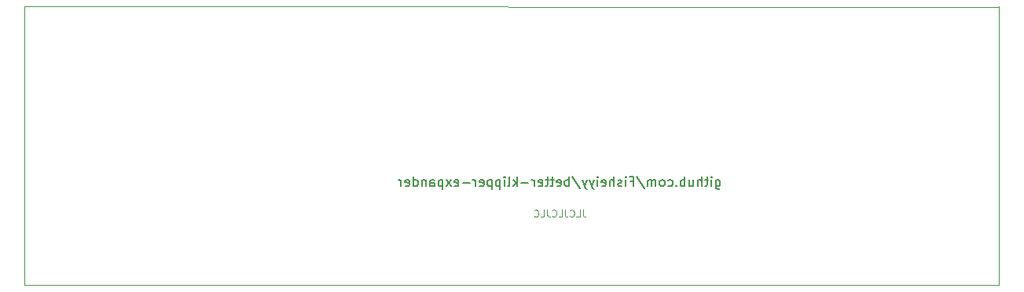
<source format=gbr>
%TF.GenerationSoftware,KiCad,Pcbnew,(6.0.10)*%
%TF.CreationDate,2022-12-24T21:06:36-06:00*%
%TF.ProjectId,better-klipper-expander,62657474-6572-42d6-9b6c-69707065722d,V1*%
%TF.SameCoordinates,Original*%
%TF.FileFunction,Legend,Bot*%
%TF.FilePolarity,Positive*%
%FSLAX46Y46*%
G04 Gerber Fmt 4.6, Leading zero omitted, Abs format (unit mm)*
G04 Created by KiCad (PCBNEW (6.0.10)) date 2022-12-24 21:06:36*
%MOMM*%
%LPD*%
G01*
G04 APERTURE LIST*
%TA.AperFunction,Profile*%
%ADD10C,0.050000*%
%TD*%
%ADD11C,0.125000*%
%ADD12C,0.150000*%
G04 APERTURE END LIST*
D10*
X88045000Y-77495000D02*
X88045000Y-107495000D01*
X193045000Y-77500000D02*
X88045000Y-77495000D01*
X88045000Y-107495000D02*
X193045000Y-107495000D01*
X193045000Y-107495000D02*
X193045000Y-77495000D01*
D11*
X148200000Y-99389285D02*
X148200000Y-99925000D01*
X148235714Y-100032142D01*
X148307142Y-100103571D01*
X148414285Y-100139285D01*
X148485714Y-100139285D01*
X147485714Y-100139285D02*
X147842857Y-100139285D01*
X147842857Y-99389285D01*
X146807142Y-100067857D02*
X146842857Y-100103571D01*
X146950000Y-100139285D01*
X147021428Y-100139285D01*
X147128571Y-100103571D01*
X147200000Y-100032142D01*
X147235714Y-99960714D01*
X147271428Y-99817857D01*
X147271428Y-99710714D01*
X147235714Y-99567857D01*
X147200000Y-99496428D01*
X147128571Y-99425000D01*
X147021428Y-99389285D01*
X146950000Y-99389285D01*
X146842857Y-99425000D01*
X146807142Y-99460714D01*
X146271428Y-99389285D02*
X146271428Y-99925000D01*
X146307142Y-100032142D01*
X146378571Y-100103571D01*
X146485714Y-100139285D01*
X146557142Y-100139285D01*
X145557142Y-100139285D02*
X145914285Y-100139285D01*
X145914285Y-99389285D01*
X144878571Y-100067857D02*
X144914285Y-100103571D01*
X145021428Y-100139285D01*
X145092857Y-100139285D01*
X145200000Y-100103571D01*
X145271428Y-100032142D01*
X145307142Y-99960714D01*
X145342857Y-99817857D01*
X145342857Y-99710714D01*
X145307142Y-99567857D01*
X145271428Y-99496428D01*
X145200000Y-99425000D01*
X145092857Y-99389285D01*
X145021428Y-99389285D01*
X144914285Y-99425000D01*
X144878571Y-99460714D01*
X144342857Y-99389285D02*
X144342857Y-99925000D01*
X144378571Y-100032142D01*
X144450000Y-100103571D01*
X144557142Y-100139285D01*
X144628571Y-100139285D01*
X143628571Y-100139285D02*
X143985714Y-100139285D01*
X143985714Y-99389285D01*
X142950000Y-100067857D02*
X142985714Y-100103571D01*
X143092857Y-100139285D01*
X143164285Y-100139285D01*
X143271428Y-100103571D01*
X143342857Y-100032142D01*
X143378571Y-99960714D01*
X143414285Y-99817857D01*
X143414285Y-99710714D01*
X143378571Y-99567857D01*
X143342857Y-99496428D01*
X143271428Y-99425000D01*
X143164285Y-99389285D01*
X143092857Y-99389285D01*
X142985714Y-99425000D01*
X142950000Y-99460714D01*
D12*
X162509523Y-96185714D02*
X162509523Y-96995238D01*
X162557142Y-97090476D01*
X162604761Y-97138095D01*
X162700000Y-97185714D01*
X162842857Y-97185714D01*
X162938095Y-97138095D01*
X162509523Y-96804761D02*
X162604761Y-96852380D01*
X162795238Y-96852380D01*
X162890476Y-96804761D01*
X162938095Y-96757142D01*
X162985714Y-96661904D01*
X162985714Y-96376190D01*
X162938095Y-96280952D01*
X162890476Y-96233333D01*
X162795238Y-96185714D01*
X162604761Y-96185714D01*
X162509523Y-96233333D01*
X162033333Y-96852380D02*
X162033333Y-96185714D01*
X162033333Y-95852380D02*
X162080952Y-95900000D01*
X162033333Y-95947619D01*
X161985714Y-95900000D01*
X162033333Y-95852380D01*
X162033333Y-95947619D01*
X161700000Y-96185714D02*
X161319047Y-96185714D01*
X161557142Y-95852380D02*
X161557142Y-96709523D01*
X161509523Y-96804761D01*
X161414285Y-96852380D01*
X161319047Y-96852380D01*
X160985714Y-96852380D02*
X160985714Y-95852380D01*
X160557142Y-96852380D02*
X160557142Y-96328571D01*
X160604761Y-96233333D01*
X160700000Y-96185714D01*
X160842857Y-96185714D01*
X160938095Y-96233333D01*
X160985714Y-96280952D01*
X159652380Y-96185714D02*
X159652380Y-96852380D01*
X160080952Y-96185714D02*
X160080952Y-96709523D01*
X160033333Y-96804761D01*
X159938095Y-96852380D01*
X159795238Y-96852380D01*
X159700000Y-96804761D01*
X159652380Y-96757142D01*
X159176190Y-96852380D02*
X159176190Y-95852380D01*
X159176190Y-96233333D02*
X159080952Y-96185714D01*
X158890476Y-96185714D01*
X158795238Y-96233333D01*
X158747619Y-96280952D01*
X158700000Y-96376190D01*
X158700000Y-96661904D01*
X158747619Y-96757142D01*
X158795238Y-96804761D01*
X158890476Y-96852380D01*
X159080952Y-96852380D01*
X159176190Y-96804761D01*
X158271428Y-96757142D02*
X158223809Y-96804761D01*
X158271428Y-96852380D01*
X158319047Y-96804761D01*
X158271428Y-96757142D01*
X158271428Y-96852380D01*
X157366666Y-96804761D02*
X157461904Y-96852380D01*
X157652380Y-96852380D01*
X157747619Y-96804761D01*
X157795238Y-96757142D01*
X157842857Y-96661904D01*
X157842857Y-96376190D01*
X157795238Y-96280952D01*
X157747619Y-96233333D01*
X157652380Y-96185714D01*
X157461904Y-96185714D01*
X157366666Y-96233333D01*
X156795238Y-96852380D02*
X156890476Y-96804761D01*
X156938095Y-96757142D01*
X156985714Y-96661904D01*
X156985714Y-96376190D01*
X156938095Y-96280952D01*
X156890476Y-96233333D01*
X156795238Y-96185714D01*
X156652380Y-96185714D01*
X156557142Y-96233333D01*
X156509523Y-96280952D01*
X156461904Y-96376190D01*
X156461904Y-96661904D01*
X156509523Y-96757142D01*
X156557142Y-96804761D01*
X156652380Y-96852380D01*
X156795238Y-96852380D01*
X156033333Y-96852380D02*
X156033333Y-96185714D01*
X156033333Y-96280952D02*
X155985714Y-96233333D01*
X155890476Y-96185714D01*
X155747619Y-96185714D01*
X155652380Y-96233333D01*
X155604761Y-96328571D01*
X155604761Y-96852380D01*
X155604761Y-96328571D02*
X155557142Y-96233333D01*
X155461904Y-96185714D01*
X155319047Y-96185714D01*
X155223809Y-96233333D01*
X155176190Y-96328571D01*
X155176190Y-96852380D01*
X153985714Y-95804761D02*
X154842857Y-97090476D01*
X153319047Y-96328571D02*
X153652380Y-96328571D01*
X153652380Y-96852380D02*
X153652380Y-95852380D01*
X153176190Y-95852380D01*
X152795238Y-96852380D02*
X152795238Y-96185714D01*
X152795238Y-95852380D02*
X152842857Y-95900000D01*
X152795238Y-95947619D01*
X152747619Y-95900000D01*
X152795238Y-95852380D01*
X152795238Y-95947619D01*
X152366666Y-96804761D02*
X152271428Y-96852380D01*
X152080952Y-96852380D01*
X151985714Y-96804761D01*
X151938095Y-96709523D01*
X151938095Y-96661904D01*
X151985714Y-96566666D01*
X152080952Y-96519047D01*
X152223809Y-96519047D01*
X152319047Y-96471428D01*
X152366666Y-96376190D01*
X152366666Y-96328571D01*
X152319047Y-96233333D01*
X152223809Y-96185714D01*
X152080952Y-96185714D01*
X151985714Y-96233333D01*
X151509523Y-96852380D02*
X151509523Y-95852380D01*
X151080952Y-96852380D02*
X151080952Y-96328571D01*
X151128571Y-96233333D01*
X151223809Y-96185714D01*
X151366666Y-96185714D01*
X151461904Y-96233333D01*
X151509523Y-96280952D01*
X150223809Y-96804761D02*
X150319047Y-96852380D01*
X150509523Y-96852380D01*
X150604761Y-96804761D01*
X150652380Y-96709523D01*
X150652380Y-96328571D01*
X150604761Y-96233333D01*
X150509523Y-96185714D01*
X150319047Y-96185714D01*
X150223809Y-96233333D01*
X150176190Y-96328571D01*
X150176190Y-96423809D01*
X150652380Y-96519047D01*
X149747619Y-96852380D02*
X149747619Y-96185714D01*
X149747619Y-95852380D02*
X149795238Y-95900000D01*
X149747619Y-95947619D01*
X149700000Y-95900000D01*
X149747619Y-95852380D01*
X149747619Y-95947619D01*
X149366666Y-96185714D02*
X149128571Y-96852380D01*
X148890476Y-96185714D02*
X149128571Y-96852380D01*
X149223809Y-97090476D01*
X149271428Y-97138095D01*
X149366666Y-97185714D01*
X148604761Y-96185714D02*
X148366666Y-96852380D01*
X148128571Y-96185714D02*
X148366666Y-96852380D01*
X148461904Y-97090476D01*
X148509523Y-97138095D01*
X148604761Y-97185714D01*
X147033333Y-95804761D02*
X147890476Y-97090476D01*
X146700000Y-96852380D02*
X146700000Y-95852380D01*
X146700000Y-96233333D02*
X146604761Y-96185714D01*
X146414285Y-96185714D01*
X146319047Y-96233333D01*
X146271428Y-96280952D01*
X146223809Y-96376190D01*
X146223809Y-96661904D01*
X146271428Y-96757142D01*
X146319047Y-96804761D01*
X146414285Y-96852380D01*
X146604761Y-96852380D01*
X146700000Y-96804761D01*
X145414285Y-96804761D02*
X145509523Y-96852380D01*
X145700000Y-96852380D01*
X145795238Y-96804761D01*
X145842857Y-96709523D01*
X145842857Y-96328571D01*
X145795238Y-96233333D01*
X145700000Y-96185714D01*
X145509523Y-96185714D01*
X145414285Y-96233333D01*
X145366666Y-96328571D01*
X145366666Y-96423809D01*
X145842857Y-96519047D01*
X145080952Y-96185714D02*
X144700000Y-96185714D01*
X144938095Y-95852380D02*
X144938095Y-96709523D01*
X144890476Y-96804761D01*
X144795238Y-96852380D01*
X144700000Y-96852380D01*
X144509523Y-96185714D02*
X144128571Y-96185714D01*
X144366666Y-95852380D02*
X144366666Y-96709523D01*
X144319047Y-96804761D01*
X144223809Y-96852380D01*
X144128571Y-96852380D01*
X143414285Y-96804761D02*
X143509523Y-96852380D01*
X143700000Y-96852380D01*
X143795238Y-96804761D01*
X143842857Y-96709523D01*
X143842857Y-96328571D01*
X143795238Y-96233333D01*
X143700000Y-96185714D01*
X143509523Y-96185714D01*
X143414285Y-96233333D01*
X143366666Y-96328571D01*
X143366666Y-96423809D01*
X143842857Y-96519047D01*
X142938095Y-96852380D02*
X142938095Y-96185714D01*
X142938095Y-96376190D02*
X142890476Y-96280952D01*
X142842857Y-96233333D01*
X142747619Y-96185714D01*
X142652380Y-96185714D01*
X142319047Y-96471428D02*
X141557142Y-96471428D01*
X141080952Y-96852380D02*
X141080952Y-95852380D01*
X140985714Y-96471428D02*
X140700000Y-96852380D01*
X140700000Y-96185714D02*
X141080952Y-96566666D01*
X140128571Y-96852380D02*
X140223809Y-96804761D01*
X140271428Y-96709523D01*
X140271428Y-95852380D01*
X139747619Y-96852380D02*
X139747619Y-96185714D01*
X139747619Y-95852380D02*
X139795238Y-95900000D01*
X139747619Y-95947619D01*
X139700000Y-95900000D01*
X139747619Y-95852380D01*
X139747619Y-95947619D01*
X139271428Y-96185714D02*
X139271428Y-97185714D01*
X139271428Y-96233333D02*
X139176190Y-96185714D01*
X138985714Y-96185714D01*
X138890476Y-96233333D01*
X138842857Y-96280952D01*
X138795238Y-96376190D01*
X138795238Y-96661904D01*
X138842857Y-96757142D01*
X138890476Y-96804761D01*
X138985714Y-96852380D01*
X139176190Y-96852380D01*
X139271428Y-96804761D01*
X138366666Y-96185714D02*
X138366666Y-97185714D01*
X138366666Y-96233333D02*
X138271428Y-96185714D01*
X138080952Y-96185714D01*
X137985714Y-96233333D01*
X137938095Y-96280952D01*
X137890476Y-96376190D01*
X137890476Y-96661904D01*
X137938095Y-96757142D01*
X137985714Y-96804761D01*
X138080952Y-96852380D01*
X138271428Y-96852380D01*
X138366666Y-96804761D01*
X137080952Y-96804761D02*
X137176190Y-96852380D01*
X137366666Y-96852380D01*
X137461904Y-96804761D01*
X137509523Y-96709523D01*
X137509523Y-96328571D01*
X137461904Y-96233333D01*
X137366666Y-96185714D01*
X137176190Y-96185714D01*
X137080952Y-96233333D01*
X137033333Y-96328571D01*
X137033333Y-96423809D01*
X137509523Y-96519047D01*
X136604761Y-96852380D02*
X136604761Y-96185714D01*
X136604761Y-96376190D02*
X136557142Y-96280952D01*
X136509523Y-96233333D01*
X136414285Y-96185714D01*
X136319047Y-96185714D01*
X135985714Y-96471428D02*
X135223809Y-96471428D01*
X134366666Y-96804761D02*
X134461904Y-96852380D01*
X134652380Y-96852380D01*
X134747619Y-96804761D01*
X134795238Y-96709523D01*
X134795238Y-96328571D01*
X134747619Y-96233333D01*
X134652380Y-96185714D01*
X134461904Y-96185714D01*
X134366666Y-96233333D01*
X134319047Y-96328571D01*
X134319047Y-96423809D01*
X134795238Y-96519047D01*
X133985714Y-96852380D02*
X133461904Y-96185714D01*
X133985714Y-96185714D02*
X133461904Y-96852380D01*
X133080952Y-96185714D02*
X133080952Y-97185714D01*
X133080952Y-96233333D02*
X132985714Y-96185714D01*
X132795238Y-96185714D01*
X132700000Y-96233333D01*
X132652380Y-96280952D01*
X132604761Y-96376190D01*
X132604761Y-96661904D01*
X132652380Y-96757142D01*
X132700000Y-96804761D01*
X132795238Y-96852380D01*
X132985714Y-96852380D01*
X133080952Y-96804761D01*
X131747619Y-96852380D02*
X131747619Y-96328571D01*
X131795238Y-96233333D01*
X131890476Y-96185714D01*
X132080952Y-96185714D01*
X132176190Y-96233333D01*
X131747619Y-96804761D02*
X131842857Y-96852380D01*
X132080952Y-96852380D01*
X132176190Y-96804761D01*
X132223809Y-96709523D01*
X132223809Y-96614285D01*
X132176190Y-96519047D01*
X132080952Y-96471428D01*
X131842857Y-96471428D01*
X131747619Y-96423809D01*
X131271428Y-96185714D02*
X131271428Y-96852380D01*
X131271428Y-96280952D02*
X131223809Y-96233333D01*
X131128571Y-96185714D01*
X130985714Y-96185714D01*
X130890476Y-96233333D01*
X130842857Y-96328571D01*
X130842857Y-96852380D01*
X129938095Y-96852380D02*
X129938095Y-95852380D01*
X129938095Y-96804761D02*
X130033333Y-96852380D01*
X130223809Y-96852380D01*
X130319047Y-96804761D01*
X130366666Y-96757142D01*
X130414285Y-96661904D01*
X130414285Y-96376190D01*
X130366666Y-96280952D01*
X130319047Y-96233333D01*
X130223809Y-96185714D01*
X130033333Y-96185714D01*
X129938095Y-96233333D01*
X129080952Y-96804761D02*
X129176190Y-96852380D01*
X129366666Y-96852380D01*
X129461904Y-96804761D01*
X129509523Y-96709523D01*
X129509523Y-96328571D01*
X129461904Y-96233333D01*
X129366666Y-96185714D01*
X129176190Y-96185714D01*
X129080952Y-96233333D01*
X129033333Y-96328571D01*
X129033333Y-96423809D01*
X129509523Y-96519047D01*
X128604761Y-96852380D02*
X128604761Y-96185714D01*
X128604761Y-96376190D02*
X128557142Y-96280952D01*
X128509523Y-96233333D01*
X128414285Y-96185714D01*
X128319047Y-96185714D01*
M02*

</source>
